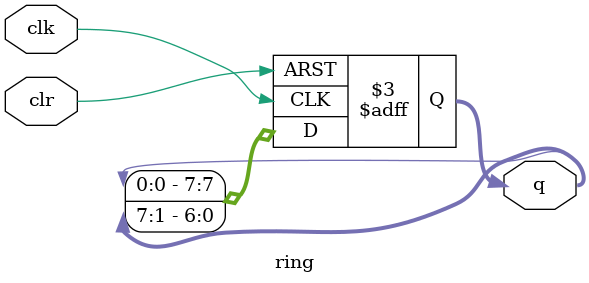
<source format=v>


module ring
  #(parameter N = 8)
  (input wire clk,
   input wire clr,
   output reg [N-1:0] q);

   always @(posedge clk or posedge clr)
     begin
        if (clr == 1)
          // this starts with the high bit set
          //q <= {1'b1, { {N-1} {1'b0 }}};
          // this starts with the low bit set
          q <= 1;
        else
          begin
             q[N-1] <= q[0];
             q[N-2:0] <= q[N-1:1];
          end
     end

endmodule // ring

</source>
